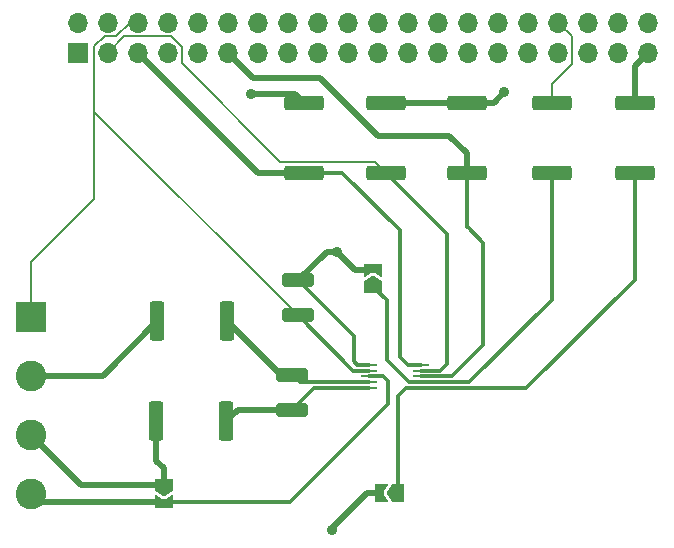
<source format=gtl>
G04 #@! TF.GenerationSoftware,KiCad,Pcbnew,8.0.6-8.0.6-0~ubuntu22.04.1*
G04 #@! TF.CreationDate,2024-11-13T10:01:41+01:00*
G04 #@! TF.ProjectId,INA228_hat,494e4132-3238-45f6-9861-742e6b696361,rev?*
G04 #@! TF.SameCoordinates,Original*
G04 #@! TF.FileFunction,Copper,L1,Top*
G04 #@! TF.FilePolarity,Positive*
%FSLAX46Y46*%
G04 Gerber Fmt 4.6, Leading zero omitted, Abs format (unit mm)*
G04 Created by KiCad (PCBNEW 8.0.6-8.0.6-0~ubuntu22.04.1) date 2024-11-13 10:01:41*
%MOMM*%
%LPD*%
G01*
G04 APERTURE LIST*
G04 Aperture macros list*
%AMRoundRect*
0 Rectangle with rounded corners*
0 $1 Rounding radius*
0 $2 $3 $4 $5 $6 $7 $8 $9 X,Y pos of 4 corners*
0 Add a 4 corners polygon primitive as box body*
4,1,4,$2,$3,$4,$5,$6,$7,$8,$9,$2,$3,0*
0 Add four circle primitives for the rounded corners*
1,1,$1+$1,$2,$3*
1,1,$1+$1,$4,$5*
1,1,$1+$1,$6,$7*
1,1,$1+$1,$8,$9*
0 Add four rect primitives between the rounded corners*
20,1,$1+$1,$2,$3,$4,$5,0*
20,1,$1+$1,$4,$5,$6,$7,0*
20,1,$1+$1,$6,$7,$8,$9,0*
20,1,$1+$1,$8,$9,$2,$3,0*%
%AMFreePoly0*
4,1,6,1.000000,0.000000,0.500000,-0.750000,-0.500000,-0.750000,-0.500000,0.750000,0.500000,0.750000,1.000000,0.000000,1.000000,0.000000,$1*%
%AMFreePoly1*
4,1,6,0.500000,-0.750000,-0.650000,-0.750000,-0.150000,0.000000,-0.650000,0.750000,0.500000,0.750000,0.500000,-0.750000,0.500000,-0.750000,$1*%
G04 Aperture macros list end*
G04 #@! TA.AperFunction,SMDPad,CuDef*
%ADD10RoundRect,0.250000X-1.425000X0.362500X-1.425000X-0.362500X1.425000X-0.362500X1.425000X0.362500X0*%
G04 #@! TD*
G04 #@! TA.AperFunction,SMDPad,CuDef*
%ADD11RoundRect,0.250000X-1.100000X0.325000X-1.100000X-0.325000X1.100000X-0.325000X1.100000X0.325000X0*%
G04 #@! TD*
G04 #@! TA.AperFunction,SMDPad,CuDef*
%ADD12FreePoly0,90.000000*%
G04 #@! TD*
G04 #@! TA.AperFunction,SMDPad,CuDef*
%ADD13FreePoly1,90.000000*%
G04 #@! TD*
G04 #@! TA.AperFunction,SMDPad,CuDef*
%ADD14FreePoly0,270.000000*%
G04 #@! TD*
G04 #@! TA.AperFunction,SMDPad,CuDef*
%ADD15FreePoly1,270.000000*%
G04 #@! TD*
G04 #@! TA.AperFunction,ComponentPad*
%ADD16R,2.600000X2.600000*%
G04 #@! TD*
G04 #@! TA.AperFunction,ComponentPad*
%ADD17C,2.600000*%
G04 #@! TD*
G04 #@! TA.AperFunction,SMDPad,CuDef*
%ADD18RoundRect,0.250000X1.425000X-0.362500X1.425000X0.362500X-1.425000X0.362500X-1.425000X-0.362500X0*%
G04 #@! TD*
G04 #@! TA.AperFunction,SMDPad,CuDef*
%ADD19R,1.333500X0.279400*%
G04 #@! TD*
G04 #@! TA.AperFunction,SMDPad,CuDef*
%ADD20RoundRect,0.250000X-0.362500X-1.425000X0.362500X-1.425000X0.362500X1.425000X-0.362500X1.425000X0*%
G04 #@! TD*
G04 #@! TA.AperFunction,SMDPad,CuDef*
%ADD21FreePoly0,180.000000*%
G04 #@! TD*
G04 #@! TA.AperFunction,SMDPad,CuDef*
%ADD22FreePoly1,180.000000*%
G04 #@! TD*
G04 #@! TA.AperFunction,ComponentPad*
%ADD23R,1.700000X1.700000*%
G04 #@! TD*
G04 #@! TA.AperFunction,ComponentPad*
%ADD24O,1.700000X1.700000*%
G04 #@! TD*
G04 #@! TA.AperFunction,ViaPad*
%ADD25C,0.900000*%
G04 #@! TD*
G04 #@! TA.AperFunction,Conductor*
%ADD26C,0.200000*%
G04 #@! TD*
G04 #@! TA.AperFunction,Conductor*
%ADD27C,0.300000*%
G04 #@! TD*
G04 #@! TA.AperFunction,Conductor*
%ADD28C,0.500000*%
G04 #@! TD*
G04 APERTURE END LIST*
D10*
X141300000Y-53012500D03*
X141300000Y-58937500D03*
D11*
X126500000Y-76050000D03*
X126500000Y-79000000D03*
D12*
X133375000Y-68625000D03*
D13*
X133375000Y-67175000D03*
D14*
X115675000Y-85350000D03*
D15*
X115675000Y-86800000D03*
D16*
X104425000Y-71150000D03*
D17*
X104425000Y-76150000D03*
X104425000Y-81150000D03*
X104425000Y-86150000D03*
D18*
X148500000Y-58950000D03*
X148500000Y-53025000D03*
D19*
X137416149Y-77183851D03*
X137416149Y-76683849D03*
X137416149Y-76183850D03*
X137416149Y-75683851D03*
X137416149Y-75183849D03*
X132983849Y-75183849D03*
X132983849Y-75683851D03*
X132983849Y-76183850D03*
X132983849Y-76683849D03*
X132983849Y-77183851D03*
D10*
X127500000Y-53000000D03*
X127500000Y-58925000D03*
X134450000Y-53012500D03*
X134450000Y-58937500D03*
D20*
X115100000Y-71500000D03*
X121025000Y-71500000D03*
D18*
X155525000Y-58950000D03*
X155525000Y-53025000D03*
D20*
X115000000Y-79950000D03*
X120925000Y-79950000D03*
D21*
X135500000Y-86075000D03*
D22*
X134050000Y-86075000D03*
D11*
X127000000Y-68050000D03*
X127000000Y-71000000D03*
D23*
X108370000Y-48770000D03*
D24*
X108370000Y-46230000D03*
X110910000Y-48770000D03*
X110910000Y-46230000D03*
X113450000Y-48770000D03*
X113450000Y-46230000D03*
X115990000Y-48770000D03*
X115990000Y-46230000D03*
X118530000Y-48770000D03*
X118530000Y-46230000D03*
X121070000Y-48770000D03*
X121070000Y-46230000D03*
X123610000Y-48770000D03*
X123610000Y-46230000D03*
X126150000Y-48770000D03*
X126150000Y-46230000D03*
X128690000Y-48770000D03*
X128690000Y-46230000D03*
X131230000Y-48770000D03*
X131230000Y-46230000D03*
X133770000Y-48770000D03*
X133770000Y-46230000D03*
X136310000Y-48770000D03*
X136310000Y-46230000D03*
X138850000Y-48770000D03*
X138850000Y-46230000D03*
X141390000Y-48770000D03*
X141390000Y-46230000D03*
X143930000Y-48770000D03*
X143930000Y-46230000D03*
X146470000Y-48770000D03*
X146470000Y-46230000D03*
X149010000Y-48770000D03*
X149010000Y-46230000D03*
X151550000Y-48770000D03*
X151550000Y-46230000D03*
X154090000Y-48770000D03*
X154090000Y-46230000D03*
X156630000Y-48770000D03*
X156630000Y-46230000D03*
D25*
X130300000Y-65625000D03*
X144475000Y-52100000D03*
X123025000Y-52250000D03*
X129850000Y-89150000D03*
D26*
X111620000Y-47380000D02*
X112770000Y-46230000D01*
X109760000Y-61140000D02*
X104425000Y-66475000D01*
X112770000Y-46230000D02*
X113450000Y-46230000D01*
X150160000Y-47380000D02*
X150160000Y-49740000D01*
X148500000Y-53025000D02*
X148500000Y-51400000D01*
X150160000Y-49740000D02*
X148500000Y-51400000D01*
D27*
X132983849Y-75683851D02*
X131683851Y-75683851D01*
D26*
X109760000Y-53300000D02*
X109760000Y-48240000D01*
X110620000Y-47380000D02*
X111620000Y-47380000D01*
D28*
X155525000Y-53025000D02*
X155525000Y-49875000D01*
D27*
X131683851Y-75683851D02*
X127000000Y-71000000D01*
D28*
X155525000Y-49875000D02*
X156630000Y-48770000D01*
D26*
X109760000Y-48240000D02*
X110620000Y-47380000D01*
X104425000Y-66475000D02*
X104425000Y-71150000D01*
X127000000Y-71000000D02*
X109760000Y-53760000D01*
X109760000Y-53300000D02*
X109760000Y-61140000D01*
X149010000Y-46230000D02*
X150160000Y-47380000D01*
D28*
X127000000Y-68050000D02*
X129425000Y-65625000D01*
X123025000Y-52250000D02*
X126750000Y-52250000D01*
X143562500Y-53012500D02*
X144475000Y-52100000D01*
X131850000Y-67175000D02*
X130300000Y-65625000D01*
D27*
X131983849Y-75183849D02*
X131700000Y-74900000D01*
X132983849Y-75183849D02*
X131983849Y-75183849D01*
D28*
X129425000Y-65625000D02*
X130300000Y-65625000D01*
X141300000Y-53012500D02*
X143562500Y-53012500D01*
X126750000Y-52250000D02*
X127500000Y-53000000D01*
D27*
X131700000Y-74900000D02*
X131700000Y-72750000D01*
D28*
X134050000Y-86075000D02*
X132825000Y-86075000D01*
X133375000Y-67175000D02*
X131850000Y-67175000D01*
X132825000Y-86075000D02*
X129850000Y-89050000D01*
D27*
X131700000Y-72750000D02*
X127000000Y-68050000D01*
X129850000Y-89050000D02*
X129850000Y-89150000D01*
D28*
X134450000Y-53012500D02*
X141300000Y-53012500D01*
D26*
X134450000Y-58937500D02*
X133525000Y-58012500D01*
X117140000Y-48293654D02*
X116226346Y-47380000D01*
X112300000Y-47380000D02*
X110910000Y-48770000D01*
D27*
X137416149Y-75683851D02*
X139016149Y-75683851D01*
D26*
X133525000Y-58012500D02*
X125512500Y-58012500D01*
D27*
X139600000Y-64087500D02*
X134450000Y-58937500D01*
D26*
X117140000Y-49640000D02*
X117140000Y-48293654D01*
D27*
X139016149Y-75683851D02*
X139600000Y-75100000D01*
D26*
X125512500Y-58012500D02*
X117140000Y-49640000D01*
X116226346Y-47380000D02*
X112300000Y-47380000D01*
D27*
X139600000Y-75100000D02*
X139600000Y-64087500D01*
X130725000Y-58925000D02*
X135600000Y-63800000D01*
X137416149Y-75183851D02*
X137416149Y-75183849D01*
X135600000Y-74500000D02*
X135600000Y-63800000D01*
X127500000Y-58925000D02*
X130725000Y-58925000D01*
X137416149Y-75183849D02*
X136316151Y-75183849D01*
X136300000Y-75200000D02*
X135600000Y-74500000D01*
X136316151Y-75183849D02*
X136300000Y-75200000D01*
D28*
X123605000Y-58925000D02*
X113450000Y-48770000D01*
X127500000Y-58925000D02*
X123605000Y-58925000D01*
D27*
X142700000Y-73500000D02*
X142700000Y-64900000D01*
X137416149Y-76183850D02*
X139152546Y-76183850D01*
X142700000Y-64900000D02*
X141350000Y-63550000D01*
D28*
X128900000Y-50900000D02*
X133800000Y-55800000D01*
D27*
X140100000Y-76100000D02*
X142700000Y-73500000D01*
D28*
X121070000Y-48770000D02*
X123200000Y-50900000D01*
X139800000Y-55800000D02*
X141300000Y-57300000D01*
D27*
X140016150Y-76183850D02*
X140100000Y-76100000D01*
X139152546Y-76183850D02*
X140016150Y-76183850D01*
X141300000Y-58937500D02*
X141300000Y-63500000D01*
D28*
X141300000Y-57300000D02*
X141300000Y-58937500D01*
X133800000Y-55800000D02*
X139800000Y-55800000D01*
X123200000Y-50900000D02*
X128900000Y-50900000D01*
D26*
X125575000Y-76050000D02*
X126500000Y-76050000D01*
D27*
X127133849Y-76683849D02*
X126500000Y-76050000D01*
X132983849Y-76683849D02*
X127133849Y-76683849D01*
D28*
X121025000Y-71500000D02*
X125575000Y-76050000D01*
X121875000Y-79000000D02*
X126500000Y-79000000D01*
D27*
X128316149Y-77183851D02*
X126500000Y-79000000D01*
D28*
X120925000Y-79950000D02*
X121875000Y-79000000D01*
D27*
X132983849Y-77183851D02*
X128316149Y-77183851D01*
D28*
X115000000Y-79950000D02*
X115000000Y-83300000D01*
X108625000Y-85350000D02*
X104425000Y-81150000D01*
X115675000Y-85350000D02*
X108625000Y-85350000D01*
X115000000Y-83300000D02*
X115675000Y-83975000D01*
X115675000Y-83975000D02*
X115675000Y-85350000D01*
X115100000Y-71500000D02*
X110450000Y-76150000D01*
X110450000Y-76150000D02*
X104425000Y-76150000D01*
D27*
X126300000Y-86800000D02*
X115675000Y-86800000D01*
X134183850Y-76183850D02*
X132983849Y-76183850D01*
D28*
X105075000Y-86800000D02*
X104425000Y-86150000D01*
D27*
X134600000Y-78500000D02*
X126300000Y-86800000D01*
X134600000Y-76600000D02*
X134600000Y-78500000D01*
X134600000Y-76600000D02*
X134183850Y-76183850D01*
D28*
X115675000Y-86800000D02*
X105075000Y-86800000D01*
D27*
X135500000Y-86075000D02*
X135500000Y-77800000D01*
X155525000Y-67975000D02*
X155525000Y-58950000D01*
X137416149Y-77183851D02*
X146316149Y-77183851D01*
X137416149Y-77183851D02*
X136116149Y-77183851D01*
X135500000Y-77800000D02*
X136116149Y-77183851D01*
X146316149Y-77183851D02*
X155525000Y-67975000D01*
X136383849Y-76683849D02*
X134500000Y-74800000D01*
X141516151Y-76683849D02*
X148500000Y-69700000D01*
X137416149Y-76683849D02*
X141516151Y-76683849D01*
X134500000Y-74800000D02*
X134500000Y-69750000D01*
X148500000Y-69700000D02*
X148500000Y-58950000D01*
X134500000Y-69750000D02*
X133375000Y-68625000D01*
X137416149Y-76683849D02*
X136383849Y-76683849D01*
M02*

</source>
